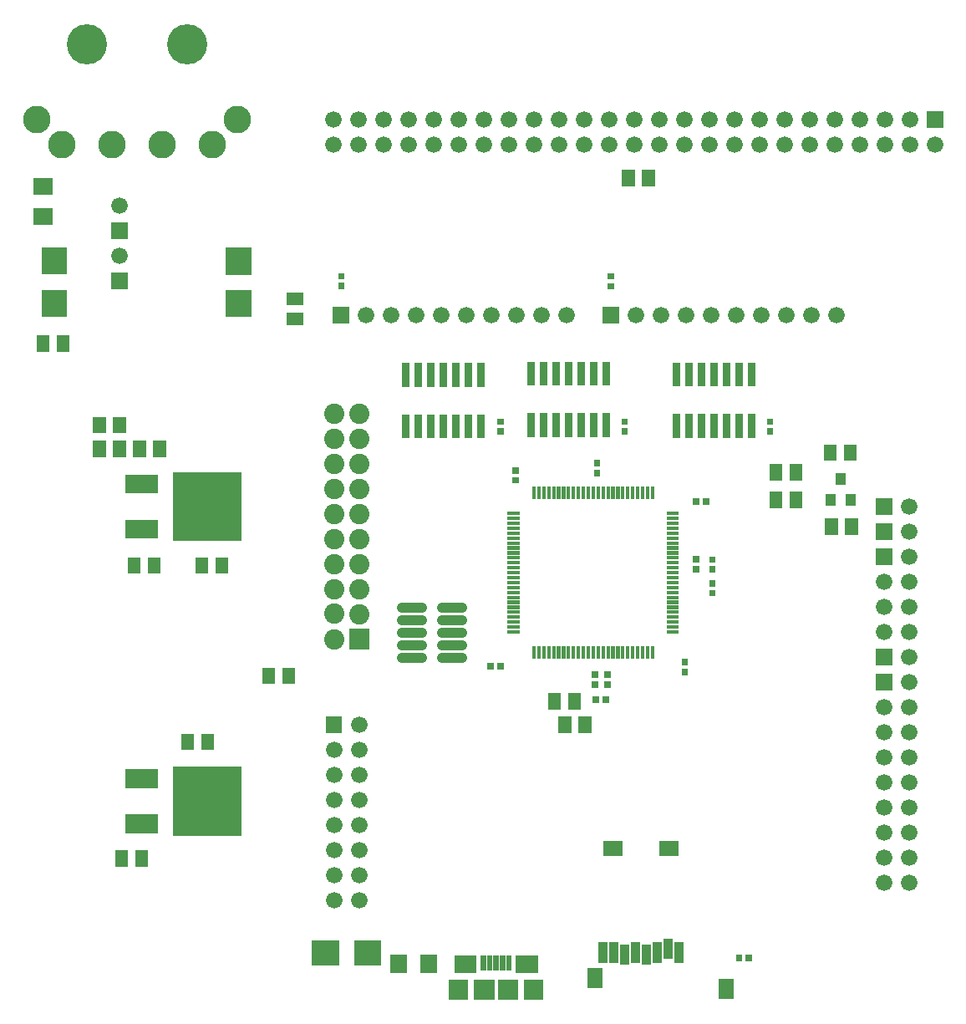
<source format=gts>
G04 start of page 11 for group -4063 idx -4063 *
G04 Title: (unknown), componentmask *
G04 Creator: pcb 20140316 *
G04 CreationDate: Sun 31 Aug 2014 13:13:45 GMT UTC *
G04 For: michael *
G04 Format: Gerber/RS-274X *
G04 PCB-Dimensions (mil): 3930.00 3937.00 *
G04 PCB-Coordinate-Origin: lower left *
%MOIN*%
%FSLAX25Y25*%
%LNTOPMASK*%
%ADD172R,0.0300X0.0300*%
%ADD171R,0.0611X0.0611*%
%ADD170R,0.0375X0.0375*%
%ADD169R,0.0140X0.0140*%
%ADD168R,0.0750X0.0750*%
%ADD167C,0.0410*%
%ADD166R,0.1006X0.1006*%
%ADD165R,0.0660X0.0660*%
%ADD164R,0.0218X0.0218*%
%ADD163R,0.0769X0.0769*%
%ADD162R,0.0690X0.0690*%
%ADD161R,0.0510X0.0510*%
%ADD160R,0.0400X0.0400*%
%ADD159C,0.0808*%
%ADD158C,0.1600*%
%ADD157C,0.1100*%
%ADD156C,0.0660*%
%ADD155C,0.0001*%
G54D155*G36*
X41700Y312000D02*Y305400D01*
X48300D01*
Y312000D01*
X41700D01*
G37*
G54D156*X45000Y318700D03*
G54D157*X22000Y343200D03*
X42000D03*
X62000D03*
X12000Y353200D03*
G54D158*X32000Y383200D03*
X72000D03*
G54D155*G36*
X41700Y292000D02*Y285400D01*
X48300D01*
Y292000D01*
X41700D01*
G37*
G54D156*X45000Y298700D03*
G54D157*X82000Y343200D03*
X92000Y353200D03*
G54D156*X130200Y343000D03*
Y353000D03*
X140200Y343000D03*
Y353000D03*
X150200Y343000D03*
Y353000D03*
X160200Y343000D03*
Y353000D03*
X170200D03*
X180200D03*
X170200Y343000D03*
X180200D03*
X190200D03*
X200200D03*
X210200D03*
X220200D03*
X190200Y353000D03*
X200200D03*
X210200D03*
X230200Y343000D03*
X240200D03*
X250200D03*
X220200Y353000D03*
X230200D03*
X240200D03*
X250200D03*
X260200Y343000D03*
X270200D03*
X280200D03*
X260200Y353000D03*
X270200D03*
X280200D03*
X290200D03*
X300200D03*
X310200D03*
X290200Y343000D03*
X300200D03*
X310200D03*
X320200D03*
Y353000D03*
X330200Y343000D03*
X340200D03*
X350200D03*
X360200D03*
X370200D03*
X330200Y353000D03*
X340200D03*
X350200D03*
X360200D03*
G54D155*G36*
X366900Y356300D02*Y349700D01*
X373500D01*
Y356300D01*
X366900D01*
G37*
G36*
X346700Y182000D02*Y175400D01*
X353300D01*
Y182000D01*
X346700D01*
G37*
G54D156*X360000Y178700D03*
X350000Y168700D03*
X360000D03*
G54D155*G36*
X346700Y192000D02*Y185400D01*
X353300D01*
Y192000D01*
X346700D01*
G37*
G54D156*X360000Y188700D03*
X350000Y158700D03*
X360000D03*
G54D155*G36*
X346700Y202000D02*Y195400D01*
X353300D01*
Y202000D01*
X346700D01*
G37*
G54D156*X360000Y198700D03*
G54D159*X140600Y175900D03*
Y185900D03*
Y195900D03*
X130600Y175900D03*
Y185900D03*
Y195900D03*
Y205900D03*
Y215900D03*
Y225900D03*
X140600Y205900D03*
Y215900D03*
Y225900D03*
Y235900D03*
X130600D03*
G54D155*G36*
X130100Y278300D02*Y271700D01*
X136700D01*
Y278300D01*
X130100D01*
G37*
G54D156*X143400Y275000D03*
X153400D03*
X163400D03*
X173400D03*
X183400D03*
X193400D03*
X203400D03*
X213400D03*
X223400D03*
G54D155*G36*
X237800Y278300D02*Y271700D01*
X244400D01*
Y278300D01*
X237800D01*
G37*
G54D156*X251100Y275000D03*
X261100D03*
X271100D03*
X281100D03*
X291100D03*
X301100D03*
X311100D03*
X321100D03*
X331100D03*
X130500Y91700D03*
X140500D03*
X130500Y81700D03*
X140500D03*
G54D155*G36*
X127200Y115000D02*Y108400D01*
X133800D01*
Y115000D01*
X127200D01*
G37*
G54D156*X140500Y111700D03*
X130500Y101700D03*
X140500D03*
X130500Y71700D03*
X140500D03*
X130500Y61700D03*
Y51700D03*
Y41700D03*
X140500Y61700D03*
Y51700D03*
Y41700D03*
G54D155*G36*
X136560Y149940D02*Y141860D01*
X144640D01*
Y149940D01*
X136560D01*
G37*
G54D159*X130600Y145900D03*
X140600Y155900D03*
X130561Y155939D03*
X140600Y165900D03*
X130600D03*
G54D156*X350000Y148700D03*
G54D155*G36*
X346700Y132000D02*Y125400D01*
X353300D01*
Y132000D01*
X346700D01*
G37*
G54D156*X350000Y118700D03*
G54D155*G36*
X346700Y142000D02*Y135400D01*
X353300D01*
Y142000D01*
X346700D01*
G37*
G54D156*X360000Y148700D03*
Y128700D03*
Y118700D03*
Y138700D03*
X350000Y108700D03*
Y98700D03*
Y88700D03*
Y78700D03*
X360000D03*
X350000Y68700D03*
Y58700D03*
Y48700D03*
X360000Y68700D03*
Y58700D03*
Y48700D03*
Y108700D03*
Y98700D03*
Y88700D03*
G54D160*X328809Y201809D02*Y201209D01*
X336609Y201809D02*Y201209D01*
G54D161*X329000Y191400D02*Y190000D01*
X337000Y191400D02*Y190000D01*
G54D155*G36*
X290841Y20085D02*Y17516D01*
X293410D01*
Y20085D01*
X290841D01*
G37*
G36*
X294778D02*Y17516D01*
X297347D01*
Y20085D01*
X294778D01*
G37*
G54D161*X314900Y202100D02*Y200700D01*
X306900Y202100D02*Y200700D01*
X314859Y213122D02*Y211722D01*
X306859Y213122D02*Y211722D01*
G54D160*X332709Y210009D02*Y209409D01*
G54D161*X328500Y220900D02*Y219500D01*
X336500Y220900D02*Y219500D01*
X222641Y112378D02*Y110978D01*
X218600Y121800D02*Y120400D01*
X226600Y121800D02*Y120400D01*
X230641Y112378D02*Y110978D01*
G54D162*X206445Y16240D02*X208414D01*
G54D155*G36*
X186460Y10240D02*Y2160D01*
X194540D01*
Y10240D01*
X186460D01*
G37*
G36*
X195909D02*Y2160D01*
X203989D01*
Y10240D01*
X195909D01*
G37*
G54D163*X210185Y6397D02*Y6003D01*
G54D164*X195225Y18602D02*Y14862D01*
X200343Y18602D02*Y14862D01*
X190107Y18602D02*Y14862D01*
X197784Y18602D02*Y14862D01*
X192666Y18602D02*Y14862D01*
G54D163*X180264Y6397D02*Y6003D01*
G54D162*X182036Y16240D02*X184004D01*
G54D165*X168400Y16900D02*Y15900D01*
X156400Y16900D02*Y15900D01*
G54D166*X126677Y20700D02*X127464D01*
X143606D02*X144393D01*
G54D167*X157578Y138391D02*X165678D01*
G54D161*X104500Y131900D02*Y130500D01*
X112500Y131900D02*Y130500D01*
X72206Y105680D02*Y104280D01*
X80206Y105680D02*Y104280D01*
G54D155*G36*
X66250Y94950D02*Y67450D01*
X93750D01*
Y94950D01*
X66250D01*
G37*
G36*
X81250Y79950D02*Y67450D01*
X93750D01*
Y79950D01*
X81250D01*
G37*
G36*
Y94950D02*Y82450D01*
X93750D01*
Y94950D01*
X81250D01*
G37*
G36*
X66250Y79950D02*Y67450D01*
X78750D01*
Y79950D01*
X66250D01*
G37*
G36*
Y94950D02*Y82450D01*
X78750D01*
Y94950D01*
X66250D01*
G37*
G54D168*X51000Y72200D02*X56500D01*
X51000Y90200D02*X56500D01*
G54D161*X45706Y59180D02*Y57780D01*
X53706Y59180D02*Y57780D01*
G54D155*G36*
X237652Y122985D02*Y120416D01*
X240221D01*
Y122985D01*
X237652D01*
G37*
G36*
X238421Y128998D02*Y126429D01*
X240990D01*
Y128998D01*
X238421D01*
G37*
G36*
Y132935D02*Y130366D01*
X240990D01*
Y132935D01*
X238421D01*
G37*
G36*
X269216Y134048D02*Y131479D01*
X271785D01*
Y134048D01*
X269216D01*
G37*
G36*
Y137985D02*Y135416D01*
X271785D01*
Y137985D01*
X269216D01*
G37*
G54D169*X245764Y142285D02*Y138895D01*
X247732Y142285D02*Y138895D01*
X249701Y142285D02*Y138895D01*
X251669Y142285D02*Y138895D01*
X253638Y142285D02*Y138895D01*
X255606Y142285D02*Y138895D01*
X257575Y142285D02*Y138895D01*
G54D155*G36*
X233715Y122985D02*Y120416D01*
X236284D01*
Y122985D01*
X233715D01*
G37*
G36*
X233279Y129048D02*Y126479D01*
X235848D01*
Y129048D01*
X233279D01*
G37*
G36*
Y132985D02*Y130416D01*
X235848D01*
Y132985D01*
X233279D01*
G37*
G54D169*X226079Y142285D02*Y138895D01*
X228047Y142285D02*Y138895D01*
X230016Y142285D02*Y138895D01*
X231984Y142285D02*Y138895D01*
X233953Y142285D02*Y138895D01*
X235921Y142285D02*Y138895D01*
X237890Y142285D02*Y138895D01*
X239858Y142285D02*Y138895D01*
X241827Y142285D02*Y138895D01*
X243795Y142285D02*Y138895D01*
X264063Y148773D02*X267453D01*
X264063Y150741D02*X267453D01*
X264063Y152710D02*X267453D01*
X264063Y154678D02*X267453D01*
X264063Y156647D02*X267453D01*
X264063Y158615D02*X267453D01*
X264063Y160584D02*X267453D01*
X264063Y162552D02*X267453D01*
X264063Y164521D02*X267453D01*
X264063Y166489D02*X267453D01*
X264063Y168458D02*X267453D01*
X264063Y170426D02*X267453D01*
X264063Y172395D02*X267453D01*
X264063Y174363D02*X267453D01*
X264063Y176332D02*X267453D01*
X264063Y178300D02*X267453D01*
X264063Y180269D02*X267453D01*
X264063Y182237D02*X267453D01*
X264063Y184206D02*X267453D01*
X264063Y186174D02*X267453D01*
X264063Y188143D02*X267453D01*
X264063Y190111D02*X267453D01*
X264063Y192080D02*X267453D01*
X264063Y194048D02*X267453D01*
X264063Y196017D02*X267453D01*
X257575Y205895D02*Y202505D01*
X255607Y205895D02*Y202505D01*
X253638Y205895D02*Y202505D01*
X251670Y205895D02*Y202505D01*
X249701Y205895D02*Y202505D01*
X247733Y205895D02*Y202505D01*
X245764Y205895D02*Y202505D01*
X243796Y205895D02*Y202505D01*
G54D170*X268055Y23101D02*Y18601D01*
G54D171*X286953Y7353D02*Y5384D01*
G54D170*X263724Y24676D02*Y20176D01*
X259394Y23101D02*Y18601D01*
X255063Y22313D02*Y17813D01*
X250732Y23101D02*Y18601D01*
X246402Y22313D02*Y17813D01*
X242071Y23101D02*Y18601D01*
X237740Y23101D02*Y18601D01*
G54D171*X234591Y11683D02*Y9715D01*
X240890Y62471D02*X242465D01*
X263331D02*X264906D01*
G54D161*X14500Y264400D02*Y263000D01*
X22500Y264400D02*Y263000D01*
G54D166*X19000Y280164D02*Y279377D01*
Y297093D02*Y296306D01*
G54D165*X14100Y326300D02*X15100D01*
X14100Y314300D02*X15100D01*
G54D172*X189200Y254550D02*Y248050D01*
X184200Y254550D02*Y248050D01*
X179200Y254550D02*Y248050D01*
X174200Y254550D02*Y248050D01*
Y234050D02*Y227550D01*
X179200Y234050D02*Y227550D01*
X184200Y234050D02*Y227550D01*
X189200Y234050D02*Y227550D01*
X169200Y254550D02*Y248050D01*
Y234050D02*Y227550D01*
X164200Y254550D02*Y248050D01*
X159200Y254550D02*Y248050D01*
Y234050D02*Y227550D01*
X164200Y234050D02*Y227550D01*
X224300Y254950D02*Y248450D01*
X219300Y254950D02*Y248450D01*
X214300Y254950D02*Y248450D01*
X209300Y254950D02*Y248450D01*
Y234450D02*Y227950D01*
X214300Y234450D02*Y227950D01*
X219300Y234450D02*Y227950D01*
G54D155*G36*
X195715Y233921D02*Y231352D01*
X198284D01*
Y233921D01*
X195715D01*
G37*
G36*
Y229984D02*Y227415D01*
X198284D01*
Y229984D01*
X195715D01*
G37*
G54D166*X92500Y280094D02*Y279307D01*
Y297023D02*Y296236D01*
G54D161*X114300Y281700D02*X115700D01*
X114300Y273700D02*X115700D01*
X37000Y231900D02*Y230500D01*
X45000Y231900D02*Y230500D01*
X37000Y222400D02*Y221000D01*
X45000Y222400D02*Y221000D01*
X53000Y222400D02*Y221000D01*
X61000Y222400D02*Y221000D01*
G54D155*G36*
X132215Y291921D02*Y289352D01*
X134784D01*
Y291921D01*
X132215D01*
G37*
G36*
Y287984D02*Y285415D01*
X134784D01*
Y287984D01*
X132215D01*
G37*
G54D167*X173578Y138391D02*X181678D01*
X173578Y143391D02*X181678D01*
X173578Y148391D02*X181678D01*
X173578Y153391D02*X181678D01*
G54D155*G36*
X191716Y136484D02*Y133915D01*
X194285D01*
Y136484D01*
X191716D01*
G37*
G36*
X195653D02*Y133915D01*
X198222D01*
Y136484D01*
X195653D01*
G37*
G54D167*X173578Y158391D02*X181678D01*
X157578Y143391D02*X165678D01*
X157578Y148391D02*X165678D01*
X157578Y153391D02*X165678D01*
X157578Y158391D02*X165678D01*
G54D155*G36*
X201715Y214484D02*Y211915D01*
X204284D01*
Y214484D01*
X201715D01*
G37*
G36*
Y210547D02*Y207978D01*
X204284D01*
Y210547D01*
X201715D01*
G37*
G54D169*X200453Y196017D02*X203843D01*
X200453Y194049D02*X203843D01*
X224111Y205895D02*Y202505D01*
X222142Y205895D02*Y202505D01*
X220174Y205895D02*Y202505D01*
X218205Y205895D02*Y202505D01*
X216237Y205895D02*Y202505D01*
X214268Y205895D02*Y202505D01*
X212300Y205895D02*Y202505D01*
X210331Y205895D02*Y202505D01*
X200453Y192080D02*X203843D01*
X200453Y190112D02*X203843D01*
X200453Y188143D02*X203843D01*
X200453Y186175D02*X203843D01*
X200453Y184206D02*X203843D01*
X200453Y182238D02*X203843D01*
X200453Y180269D02*X203843D01*
X200453Y178301D02*X203843D01*
X200453Y176332D02*X203843D01*
X200453Y174364D02*X203843D01*
X200453Y172395D02*X203843D01*
X200453Y170427D02*X203843D01*
X200453Y168458D02*X203843D01*
X200453Y166490D02*X203843D01*
X200453Y164521D02*X203843D01*
X200453Y162553D02*X203843D01*
X200453Y160584D02*X203843D01*
X200453Y158616D02*X203843D01*
X200453Y156647D02*X203843D01*
X200453Y154679D02*X203843D01*
X200453Y152710D02*X203843D01*
X200453Y150742D02*X203843D01*
X200453Y148773D02*X203843D01*
X210331Y142285D02*Y138895D01*
X212299Y142285D02*Y138895D01*
X214268Y142285D02*Y138895D01*
X216236Y142285D02*Y138895D01*
X218205Y142285D02*Y138895D01*
X220173Y142285D02*Y138895D01*
X222142Y142285D02*Y138895D01*
X224110Y142285D02*Y138895D01*
G54D155*G36*
X66250Y212450D02*Y184950D01*
X93750D01*
Y212450D01*
X66250D01*
G37*
G36*
X81250Y197450D02*Y184950D01*
X93750D01*
Y197450D01*
X81250D01*
G37*
G36*
Y212450D02*Y199950D01*
X93750D01*
Y212450D01*
X81250D01*
G37*
G36*
X66250Y197450D02*Y184950D01*
X78750D01*
Y197450D01*
X66250D01*
G37*
G36*
Y212450D02*Y199950D01*
X78750D01*
Y212450D01*
X66250D01*
G37*
G54D168*X51000Y189700D02*X56500D01*
X51000Y207700D02*X56500D01*
G54D161*X77823Y175912D02*Y174512D01*
X85823Y175912D02*Y174512D01*
X58823Y175912D02*Y174512D01*
X50823Y175912D02*Y174512D01*
G54D172*X239300Y254950D02*Y248450D01*
X234300Y254950D02*Y248450D01*
G54D155*G36*
X234215Y217421D02*Y214852D01*
X236784D01*
Y217421D01*
X234215D01*
G37*
G36*
Y213484D02*Y210915D01*
X236784D01*
Y213484D01*
X234215D01*
G37*
G54D172*X229300Y254950D02*Y248450D01*
G54D155*G36*
X239750Y291856D02*Y289288D01*
X242320D01*
Y291856D01*
X239750D01*
G37*
G36*
Y287920D02*Y285350D01*
X242320D01*
Y287920D01*
X239750D01*
G37*
G54D161*X248000Y330400D02*Y329000D01*
X256000Y330400D02*Y329000D01*
G54D172*X297000Y254700D02*Y248200D01*
X292000Y254700D02*Y248200D01*
X287000Y254700D02*Y248200D01*
X282000Y254700D02*Y248200D01*
X277000Y254700D02*Y248200D01*
X272000Y254700D02*Y248200D01*
X267000Y254700D02*Y248200D01*
Y234200D02*Y227700D01*
X272000Y234200D02*Y227700D01*
X277000Y234200D02*Y227700D01*
X282000Y234200D02*Y227700D01*
X287000Y234200D02*Y227700D01*
X292000Y234200D02*Y227700D01*
X297000Y234200D02*Y227700D01*
G54D155*G36*
X303215Y233921D02*Y231352D01*
X305784D01*
Y233921D01*
X303215D01*
G37*
G36*
Y229984D02*Y227415D01*
X305784D01*
Y229984D01*
X303215D01*
G37*
G36*
X245215Y233921D02*Y231352D01*
X247784D01*
Y233921D01*
X245215D01*
G37*
G36*
Y229984D02*Y227415D01*
X247784D01*
Y229984D01*
X245215D01*
G37*
G36*
X277715Y201985D02*Y199416D01*
X280284D01*
Y201985D01*
X277715D01*
G37*
G36*
X273778D02*Y199416D01*
X276347D01*
Y201985D01*
X273778D01*
G37*
G36*
X280215Y178921D02*Y176352D01*
X282784D01*
Y178921D01*
X280215D01*
G37*
G36*
Y174984D02*Y172415D01*
X282784D01*
Y174984D01*
X280215D01*
G37*
G36*
X273715Y178984D02*Y176415D01*
X276284D01*
Y178984D01*
X273715D01*
G37*
G36*
Y175047D02*Y172478D01*
X276284D01*
Y175047D01*
X273715D01*
G37*
G36*
X280216Y165548D02*Y162979D01*
X282785D01*
Y165548D01*
X280216D01*
G37*
G36*
Y169485D02*Y166916D01*
X282785D01*
Y169485D01*
X280216D01*
G37*
G54D172*X224300Y234450D02*Y227950D01*
X229300Y234450D02*Y227950D01*
X234300Y234450D02*Y227950D01*
X239300Y234450D02*Y227950D01*
G54D169*X241827Y205895D02*Y202505D01*
X239859Y205895D02*Y202505D01*
X237890Y205895D02*Y202505D01*
X235922Y205895D02*Y202505D01*
X233953Y205895D02*Y202505D01*
X231985Y205895D02*Y202505D01*
X230016Y205895D02*Y202505D01*
X228048Y205895D02*Y202505D01*
X226079Y205895D02*Y202505D01*
M02*

</source>
